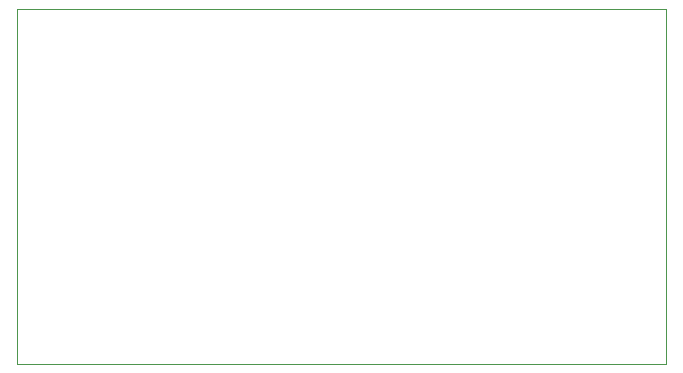
<source format=gm1>
G04*
G04 #@! TF.GenerationSoftware,Altium Limited,Altium Designer,19.1.6 (110)*
G04*
G04 Layer_Color=16711935*
%FSLAX43Y43*%
%MOMM*%
G71*
G01*
G75*
%ADD13C,0.100*%
D13*
X105000Y60000D02*
Y65000D01*
X105000Y90000D02*
X105000Y65000D01*
Y65000D02*
Y65000D01*
X50000Y60000D02*
X105000D01*
X50000Y90000D02*
X105000D01*
X50000Y60000D02*
Y90000D01*
M02*

</source>
